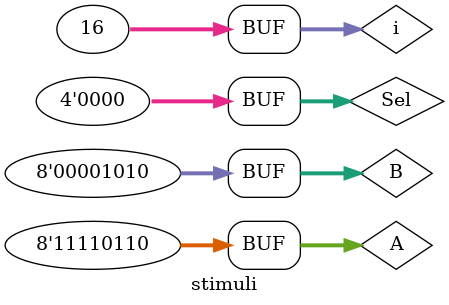
<source format=v>
`timescale 1ns / 1ps

module stimuli;
    reg[7:0] A,B;
    reg[3:0] Sel;
    wire[7:0] Out;
    wire Carry;
    
    integer i;
    ALU uut(A,B,Sel,Out,Carry);
    initial
        begin    
        A = 8'h0A;
        B = 4'h02;
        Sel = 4'h0;
        
        for (i=0;i<=15;i=i+1)
        begin
            Sel = Sel + 8'h01;
            #10;
        end
        
        A = 8'hF6;
        B = 8'h0A;
        
        end
endmodule

</source>
